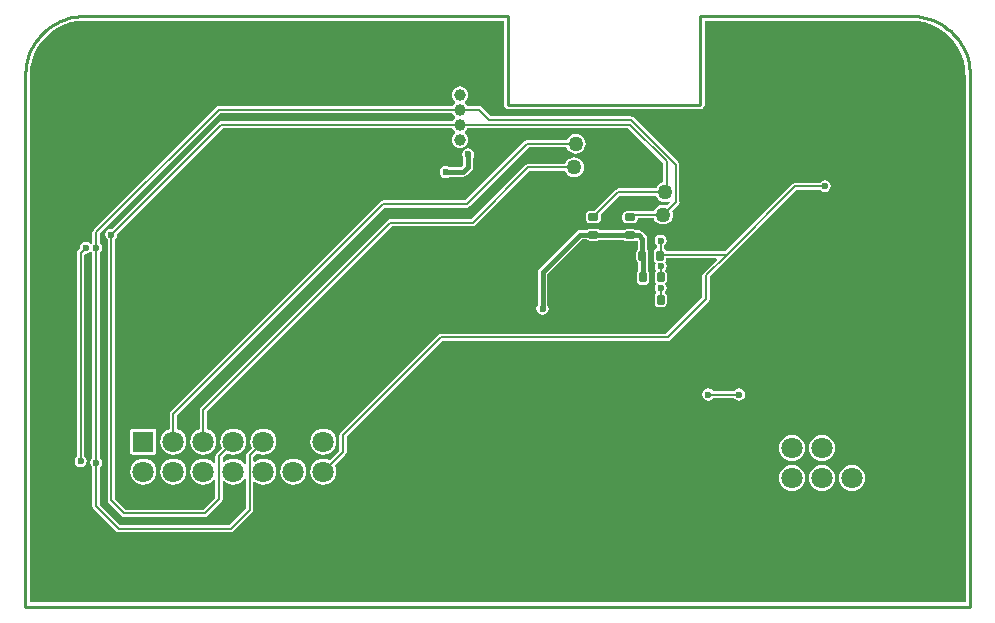
<source format=gbl>
%FSDAX24Y24*%
%MOIN*%
%SFA1B1*%

%IPPOS*%
%AMD10*
4,1,8,0.017700,-0.005900,0.017700,0.005900,0.011800,0.011800,-0.011800,0.011800,-0.017700,0.005900,-0.017700,-0.005900,-0.011800,-0.011800,0.011800,-0.011800,0.017700,-0.005900,0.0*
1,1,0.011800,0.011800,-0.005900*
1,1,0.011800,0.011800,0.005900*
1,1,0.011800,-0.011800,0.005900*
1,1,0.011800,-0.011800,-0.005900*
%
%AMD13*
4,1,8,-0.005900,-0.017700,0.005900,-0.017700,0.011800,-0.011800,0.011800,0.011800,0.005900,0.017700,-0.005900,0.017700,-0.011800,0.011800,-0.011800,-0.011800,-0.005900,-0.017700,0.0*
1,1,0.011800,-0.005900,-0.011800*
1,1,0.011800,0.005900,-0.011800*
1,1,0.011800,0.005900,0.011800*
1,1,0.011800,-0.005900,0.011800*
%
G04~CAMADD=10~8~0.0~0.0~236.0~354.0~59.0~0.0~15~0.0~0.0~0.0~0.0~0~0.0~0.0~0.0~0.0~0~0.0~0.0~0.0~270.0~354.0~236.0*
%ADD10D10*%
G04~CAMADD=13~8~0.0~0.0~236.0~354.0~59.0~0.0~15~0.0~0.0~0.0~0.0~0~0.0~0.0~0.0~0.0~0~0.0~0.0~0.0~180.0~236.0~354.0*
%ADD13D13*%
%ADD19C,0.007900*%
%ADD20C,0.015700*%
%ADD21C,0.010000*%
%ADD22C,0.070900*%
%ADD23R,0.070900X0.070900*%
%ADD24C,0.039400*%
%ADD25C,0.050000*%
%ADD26C,0.023600*%
%LNuppsense-1*%
%LPD*%
G36*
X037639Y039205D02*
X037872Y039159D01*
X038098Y039082*
X038311Y038977*
X038509Y038845*
X038688Y038688*
X038845Y038509*
X038977Y038311*
X039082Y038098*
X039159Y037872*
X039205Y037639*
X039217Y037451*
X039219Y037402*
Y037352*
Y019836*
X008025*
Y037402*
X008024Y037408*
X008039Y037639*
X008086Y037872*
X008162Y038098*
X008267Y038311*
X008399Y038509*
X008556Y038688*
X008735Y038845*
X008933Y038977*
X009146Y039082*
X009372Y039159*
X009605Y039205*
X009793Y039217*
X009843Y039219*
X009892*
X023825*
Y036427*
X023837Y036369*
X023869Y036320*
X023879Y036310*
X023928Y036278*
X023986Y036266*
X030374*
X030432Y036278*
X030481Y036310*
X030514Y036359*
X030525Y036417*
Y039219*
X037402*
X037408Y039220*
X037639Y039205*
G37*
%LNuppsense-2*%
%LPC*%
G36*
X033433Y025409D02*
X033320Y025394D01*
X033215Y025351*
X033124Y025281*
X033055Y025191*
X033011Y025085*
X032996Y024972*
X033011Y024859*
X033055Y024754*
X033124Y024664*
X033215Y024594*
X033320Y024551*
X033433Y024536*
X033546Y024551*
X033651Y024594*
X033742Y024664*
X033811Y024754*
X033855Y024859*
X033870Y024972*
X033855Y025085*
X033811Y025191*
X033742Y025281*
X033651Y025351*
X033546Y025394*
X033433Y025409*
G37*
G36*
X016811Y024622D02*
X016698Y024607D01*
X016593Y024563*
X016502Y024494*
X016433Y024403*
X016389Y024298*
X016374Y024185*
X016389Y024072*
X016433Y023967*
X016502Y023876*
X016593Y023807*
X016698Y023763*
X016811Y023748*
X016924Y023763*
X017029Y023807*
X017120Y023876*
X017189Y023967*
X017233Y024072*
X017248Y024185*
X017233Y024298*
X017189Y024403*
X017120Y024494*
X017029Y024563*
X016924Y024607*
X016811Y024622*
G37*
G36*
X017811Y025622D02*
X017698Y025607D01*
X017593Y025563*
X017502Y025494*
X017433Y025403*
X017389Y025298*
X017374Y025185*
X017389Y025072*
X017433Y024967*
X017502Y024876*
X017593Y024807*
X017698Y024763*
X017811Y024748*
X017924Y024763*
X018029Y024807*
X018120Y024876*
X018189Y024967*
X018233Y025072*
X018248Y025185*
X018233Y025298*
X018189Y025403*
X018120Y025494*
X018029Y025563*
X017924Y025607*
X017811Y025622*
G37*
G36*
X034433Y025409D02*
X034320Y025394D01*
X034215Y025351*
X034124Y025281*
X034055Y025191*
X034011Y025085*
X033996Y024972*
X034011Y024859*
X034055Y024754*
X034124Y024664*
X034215Y024594*
X034320Y024551*
X034433Y024536*
X034546Y024551*
X034651Y024594*
X034742Y024664*
X034811Y024754*
X034855Y024859*
X034870Y024972*
X034855Y025085*
X034811Y025191*
X034742Y025281*
X034651Y025351*
X034546Y025394*
X034433Y025409*
G37*
G36*
X012811Y024622D02*
X012698Y024607D01*
X012593Y024563*
X012502Y024494*
X012433Y024403*
X012389Y024298*
X012374Y024185*
X012389Y024072*
X012433Y023967*
X012502Y023876*
X012593Y023807*
X012698Y023763*
X012811Y023748*
X012924Y023763*
X013029Y023807*
X013120Y023876*
X013189Y023967*
X013233Y024072*
X013248Y024185*
X013233Y024298*
X013189Y024403*
X013120Y024494*
X013029Y024563*
X012924Y024607*
X012811Y024622*
G37*
G36*
X034433Y024409D02*
X034320Y024394D01*
X034215Y024351*
X034124Y024281*
X034055Y024191*
X034011Y024086*
X033996Y023972*
X034011Y023859*
X034055Y023754*
X034124Y023664*
X034215Y023594*
X034320Y023551*
X034433Y023536*
X034546Y023551*
X034651Y023594*
X034742Y023664*
X034811Y023754*
X034855Y023859*
X034870Y023972*
X034855Y024086*
X034811Y024191*
X034742Y024281*
X034651Y024351*
X034546Y024394*
X034433Y024409*
G37*
G36*
X033433D02*
X033320Y024394D01*
X033215Y024351*
X033124Y024281*
X033055Y024191*
X033011Y024086*
X032996Y023972*
X033011Y023859*
X033055Y023754*
X033124Y023664*
X033215Y023594*
X033320Y023551*
X033433Y023536*
X033546Y023551*
X033651Y023594*
X033742Y023664*
X033811Y023754*
X033855Y023859*
X033870Y023972*
X033855Y024086*
X033811Y024191*
X033742Y024281*
X033651Y024351*
X033546Y024394*
X033433Y024409*
G37*
G36*
X011811Y024622D02*
X011698Y024607D01*
X011593Y024563*
X011502Y024494*
X011433Y024403*
X011389Y024298*
X011374Y024185*
X011389Y024072*
X011433Y023967*
X011502Y023876*
X011593Y023807*
X011698Y023763*
X011811Y023748*
X011924Y023763*
X012029Y023807*
X012120Y023876*
X012189Y023967*
X012233Y024072*
X012248Y024185*
X012233Y024298*
X012189Y024403*
X012120Y024494*
X012029Y024563*
X011924Y024607*
X011811Y024622*
G37*
G36*
X035433Y024409D02*
X035320Y024394D01*
X035215Y024351*
X035124Y024281*
X035055Y024191*
X035011Y024086*
X034996Y023972*
X035011Y023859*
X035055Y023754*
X035124Y023664*
X035215Y023594*
X035320Y023551*
X035433Y023536*
X035546Y023551*
X035651Y023594*
X035742Y023664*
X035811Y023754*
X035855Y023859*
X035870Y023972*
X035855Y024086*
X035811Y024191*
X035742Y024281*
X035651Y024351*
X035546Y024394*
X035433Y024409*
G37*
G36*
X026181Y034662D02*
X026095Y034651D01*
X026015Y034618*
X025947Y034565*
X025894Y034497*
X025875Y034451*
X024646*
X024600Y034442*
X024561Y034416*
X022745Y032601*
X020039*
X019993Y032592*
X019954Y032565*
X013726Y026337*
X013700Y026298*
X013691Y026252*
Y025604*
X013593Y025563*
X013502Y025494*
X013433Y025403*
X013389Y025298*
X013374Y025185*
X013389Y025072*
X013433Y024967*
X013502Y024876*
X013593Y024807*
X013698Y024763*
X013811Y024748*
X013924Y024763*
X014029Y024807*
X014120Y024876*
X014189Y024967*
X014233Y025072*
X014248Y025185*
X014233Y025298*
X014189Y025403*
X014120Y025494*
X014029Y025563*
X013931Y025604*
Y026202*
X020089Y032360*
X022795*
X022841Y032369*
X022880Y032395*
X024696Y034210*
X025875*
X025894Y034165*
X025947Y034096*
X026015Y034044*
X026095Y034010*
X026181Y033999*
X026267Y034010*
X026347Y034044*
X026416Y034096*
X026468Y034165*
X026501Y034245*
X026513Y034331*
X026501Y034417*
X026468Y034497*
X026416Y034565*
X026347Y034618*
X026267Y034651*
X026181Y034662*
G37*
G36*
X034528Y033901D02*
X034451Y033886D01*
X034386Y033843*
X034371Y033821*
X033543*
X033497Y033812*
X033458Y033786*
X031210Y031538*
X029227*
X029224Y031550*
X029194Y031595*
X029176Y031608*
Y031733*
X029197Y031748*
X029241Y031813*
X029256Y031890*
X029241Y031967*
X029227Y031987*
X029225Y031995*
X029199Y032034*
X029160Y032060*
X029152Y032062*
X029132Y032075*
X029055Y032090*
X028978Y032075*
X028913Y032032*
X028870Y031967*
X028854Y031890*
X028870Y031813*
X028913Y031748*
X028935Y031733*
Y031628*
X028923Y031626*
X028877Y031595*
X028847Y031550*
X028836Y031496*
Y031260*
X028847Y031206*
X028877Y031161*
X028885Y031123*
X028870Y031100*
X028854Y031024*
X028870Y030947*
X028900Y030902*
X028897Y030887*
X028866Y030841*
X028856Y030787*
Y030551*
X028866Y030497*
X028897Y030452*
X028900Y030437*
X028870Y030392*
X028854Y030315*
X028870Y030238*
X028896Y030199*
X028897Y030139*
X028866Y030093*
X028856Y030039*
Y029803*
X028866Y029749*
X028897Y029704*
X028942Y029673*
X028996Y029663*
X029114*
X029168Y029673*
X029214Y029704*
X029244Y029749*
X029255Y029803*
Y030039*
X029244Y030093*
X029214Y030139*
Y030199*
X029241Y030238*
X029256Y030315*
X029241Y030392*
X029211Y030437*
X029214Y030452*
X029244Y030497*
X029255Y030551*
Y030787*
X029244Y030841*
X029214Y030887*
X029211Y030902*
X029241Y030947*
X029256Y031024*
X029241Y031100*
X029197Y031165*
X029224Y031206*
X029235Y031260*
Y031297*
X030904*
X030923Y031251*
X030486Y030814*
X030460Y030774*
X030450Y030728*
Y029991*
X029241Y028782*
X021732*
X021686Y028773*
X021647Y028747*
X018379Y025479*
X018353Y025440*
X018344Y025394*
Y024888*
X018022Y024566*
X017924Y024607*
X017811Y024622*
X017698Y024607*
X017593Y024563*
X017502Y024494*
X017433Y024403*
X017389Y024298*
X017374Y024185*
X017389Y024072*
X017433Y023967*
X017502Y023876*
X017593Y023807*
X017698Y023763*
X017811Y023748*
X017924Y023763*
X018029Y023807*
X018120Y023876*
X018189Y023967*
X018233Y024072*
X018248Y024185*
X018233Y024298*
X018192Y024396*
X018550Y024753*
X018576Y024792*
X018585Y024839*
Y025344*
X021782Y028541*
X029291*
X029337Y028550*
X029376Y028576*
X030656Y029856*
X030682Y029895*
X030691Y029941*
Y030678*
X031345Y031332*
X033593Y033580*
X034371*
X034386Y033559*
X034451Y033515*
X034528Y033500*
X034604Y033515*
X034669Y033559*
X034713Y033624*
X034728Y033701*
X034713Y033778*
X034669Y033843*
X034604Y033886*
X034528Y033901*
G37*
G36*
X026220Y035450D02*
X026135Y035438D01*
X026055Y035405*
X025986Y035353*
X025933Y035284*
X025915Y035239*
X024606*
X024560Y035229*
X024521Y035203*
X022549Y033231*
X019803*
X019757Y033221*
X019718Y033195*
X012726Y026203*
X012700Y026164*
X012691Y026118*
Y025604*
X012593Y025563*
X012502Y025494*
X012433Y025403*
X012389Y025298*
X012374Y025185*
X012389Y025072*
X012433Y024967*
X012502Y024876*
X012593Y024807*
X012698Y024763*
X012811Y024748*
X012924Y024763*
X013029Y024807*
X013120Y024876*
X013189Y024967*
X013233Y025072*
X013248Y025185*
X013233Y025298*
X013189Y025403*
X013120Y025494*
X013029Y025563*
X012931Y025604*
Y026068*
X019853Y032990*
X022598*
X022645Y032999*
X022684Y033025*
X024656Y034998*
X025915*
X025933Y034952*
X025986Y034884*
X026055Y034831*
X026135Y034798*
X026220Y034787*
X026306Y034798*
X026386Y034831*
X026455Y034884*
X026508Y034952*
X026541Y035032*
X026552Y035118*
X026541Y035204*
X026508Y035284*
X026455Y035353*
X026386Y035405*
X026306Y035438*
X026220Y035450*
G37*
G36*
X022638Y034964D02*
X022561Y034949D01*
X022496Y034906*
X022452Y034841*
X022437Y034764*
X022452Y034687*
X022477Y034650*
Y034397*
X022414Y034334*
X022004*
X021967Y034359*
X021890Y034374*
X021813Y034359*
X021748Y034315*
X021704Y034250*
X021689Y034173*
X021704Y034096*
X021748Y034031*
X021813Y033988*
X021890Y033973*
X021967Y033988*
X022004Y034013*
X022480*
X022542Y034025*
X022594Y034060*
X022751Y034217*
X022786Y034269*
X022798Y034331*
Y034650*
X022823Y034687*
X022838Y034764*
X022823Y034841*
X022780Y034906*
X022715Y034949*
X022638Y034964*
G37*
G36*
X031673Y026957D02*
X031596Y026941D01*
X031531Y026898*
X031517Y026876*
X030802*
X030788Y026898*
X030723Y026941*
X030646Y026957*
X030569Y026941*
X030504Y026898*
X030460Y026833*
X030445Y026756*
X030460Y026679*
X030504Y026614*
X030569Y026570*
X030646Y026555*
X030723Y026570*
X030788Y026614*
X030802Y026635*
X031517*
X031531Y026614*
X031596Y026570*
X031673Y026555*
X031750Y026570*
X031815Y026614*
X031858Y026679*
X031874Y026756*
X031858Y026833*
X031815Y026898*
X031750Y026941*
X031673Y026957*
G37*
G36*
X012165Y025620D02*
X011457D01*
X011426Y025614*
X011400Y025596*
X011383Y025570*
X011376Y025539*
Y024831*
X011383Y024800*
X011400Y024774*
X011426Y024757*
X011457Y024750*
X012165*
X012196Y024757*
X012222Y024774*
X012240Y024800*
X012246Y024831*
Y025539*
X012240Y025570*
X012222Y025596*
X012196Y025614*
X012165Y025620*
G37*
G36*
X022362Y037026D02*
X022290Y037017D01*
X022223Y036989*
X022166Y036945*
X022121Y036887*
X022094Y036820*
X022084Y036748*
X022094Y036676*
X022121Y036609*
X022166Y036551*
X022195Y036529*
Y036467*
X022166Y036445*
X022121Y036387*
X022114Y036368*
X014319*
X014273Y036359*
X014234Y036333*
X010151Y032251*
X010125Y032211*
X010116Y032165*
Y031810*
X010094Y031795*
X010089Y031788*
X010039*
X010034Y031795*
X009969Y031839*
X009893Y031854*
X009816Y031839*
X009751Y031795*
X009707Y031730*
X009692Y031654*
X009697Y031628*
X009639Y031571*
X009613Y031532*
X009604Y031485*
Y024684*
X009582Y024669*
X009539Y024604*
X009524Y024528*
X009539Y024451*
X009582Y024386*
X009648Y024342*
X009724Y024327*
X009801Y024342*
X009866Y024386*
X009910Y024451*
X009925Y024528*
X009910Y024604*
X009866Y024669*
X009845Y024684*
Y031417*
X009887Y031454*
X009893Y031453*
X009969Y031468*
X010034Y031512*
X010085Y031510*
X010116Y031480*
Y024644*
X010094Y024630*
X010051Y024565*
X010036Y024488*
X010051Y024411*
X010094Y024346*
X010116Y024332*
Y023031*
X010125Y022985*
X010151Y022946*
X010899Y022198*
X010938Y022172*
X010984Y022163*
X014724*
X014770Y022172*
X014810Y022198*
X015439Y022828*
X015466Y022867*
X015475Y022913*
Y023834*
X015525Y023859*
X015593Y023807*
X015698Y023763*
X015811Y023748*
X015924Y023763*
X016029Y023807*
X016120Y023876*
X016189Y023967*
X016233Y024072*
X016248Y024185*
X016233Y024298*
X016189Y024403*
X016120Y024494*
X016029Y024563*
X015924Y024607*
X015811Y024622*
X015698Y024607*
X015593Y024563*
X015525Y024511*
X015475Y024536*
Y024678*
X015600Y024804*
X015698Y024763*
X015811Y024748*
X015924Y024763*
X016029Y024807*
X016120Y024876*
X016189Y024967*
X016233Y025072*
X016248Y025185*
X016233Y025298*
X016189Y025403*
X016120Y025494*
X016029Y025563*
X015924Y025607*
X015811Y025622*
X015698Y025607*
X015593Y025563*
X015502Y025494*
X015433Y025403*
X015389Y025298*
X015374Y025185*
X015389Y025072*
X015430Y024974*
X015269Y024813*
X015243Y024774*
X015234Y024728*
Y024424*
X015210Y024413*
X015184Y024410*
X015120Y024494*
X015029Y024563*
X014924Y024607*
X014811Y024622*
X014698Y024607*
X014593Y024563*
X014502Y024494*
X014498Y024489*
X014451Y024505*
Y024655*
X014600Y024804*
X014698Y024763*
X014811Y024748*
X014924Y024763*
X015029Y024807*
X015120Y024876*
X015189Y024967*
X015233Y025072*
X015248Y025185*
X015233Y025298*
X015189Y025403*
X015120Y025494*
X015029Y025563*
X014924Y025607*
X014811Y025622*
X014698Y025607*
X014593Y025563*
X014502Y025494*
X014433Y025403*
X014389Y025298*
X014374Y025185*
X014389Y025072*
X014430Y024974*
X014246Y024790*
X014219Y024751*
X014210Y024705*
Y024458*
X014160Y024441*
X014120Y024494*
X014029Y024563*
X013924Y024607*
X013811Y024622*
X013698Y024607*
X013593Y024563*
X013502Y024494*
X013433Y024403*
X013389Y024298*
X013374Y024185*
X013389Y024072*
X013433Y023967*
X013502Y023876*
X013593Y023807*
X013698Y023763*
X013811Y023748*
X013924Y023763*
X014029Y023807*
X014120Y023876*
X014160Y023929*
X014210Y023912*
Y023318*
X013808Y022916*
X011231*
X010868Y023278*
Y031930*
X010890Y031945*
X010933Y032010*
X010949Y032087*
X010944Y032112*
X014459Y035628*
X022114*
X022121Y035609*
X022166Y035551*
X022195Y035529*
Y035467*
X022166Y035445*
X022121Y035387*
X022094Y035320*
X022084Y035248*
X022094Y035176*
X022121Y035109*
X022166Y035051*
X022223Y035007*
X022290Y034980*
X022362Y034970*
X022434Y034980*
X022501Y035007*
X022559Y035051*
X022603Y035109*
X022631Y035176*
X022640Y035248*
X022631Y035320*
X022603Y035387*
X022559Y035445*
X022529Y035467*
Y035529*
X022559Y035551*
X022603Y035609*
X022611Y035628*
X027982*
X029132Y034478*
Y033825*
X029127Y033824*
X029047Y033791*
X028978Y033738*
X028925Y033670*
X028907Y033624*
X027638*
X027592Y033615*
X027553Y033589*
X026840Y032877*
X026693*
X026639Y032866*
X026594Y032836*
X026563Y032790*
X026552Y032736*
Y032618*
X026563Y032564*
X026594Y032519*
X026639Y032488*
X026693Y032478*
X026929*
X026983Y032488*
X027028Y032519*
X027059Y032564*
X027070Y032618*
Y032736*
X027065Y032761*
X027688Y033384*
X028907*
X028925Y033338*
X028978Y033269*
X029047Y033217*
X029127Y033184*
X029213Y033172*
X029298Y033184*
X029336Y033199*
X029365Y033157*
X029265Y033057*
X029220Y033076*
X029134Y033087*
X029048Y033076*
X028968Y033043*
X028899Y032990*
X028847Y032922*
X028828Y032876*
X028130*
X028084Y032867*
X028069Y032857*
X027913*
X027860Y032846*
X027814Y032816*
X027784Y032770*
X027773Y032717*
Y032598*
X027784Y032545*
X027814Y032499*
X027860Y032469*
X027913Y032458*
X028150*
X028203Y032469*
X028249Y032499*
X028279Y032545*
X028290Y032598*
Y032635*
X028828*
X028847Y032590*
X028899Y032521*
X028968Y032469*
X029048Y032436*
X029134Y032424*
X029220Y032436*
X029300Y032469*
X029368Y032521*
X029421Y032590*
X029454Y032670*
X029465Y032756*
X029454Y032842*
X029435Y032887*
X029652Y033104*
X029678Y033143*
X029687Y033189*
X029681Y033219*
Y034413*
X029672Y034459*
X029646Y034499*
X028154Y035991*
X028115Y036017*
X028069Y036026*
X023396*
X023089Y036333*
X023050Y036359*
X023004Y036368*
X022611*
X022603Y036387*
X022559Y036445*
X022529Y036467*
Y036529*
X022559Y036551*
X022603Y036609*
X022631Y036676*
X022640Y036748*
X022631Y036820*
X022603Y036887*
X022559Y036945*
X022501Y036989*
X022434Y037017*
X022362Y037026*
G37*
G36*
X026929Y032286D02*
X026693D01*
X026639Y032275*
X026597Y032247*
X026378*
X026317Y032235*
X026264Y032200*
X025005Y030940*
X024970Y030888*
X024958Y030827*
Y029737*
X024933Y029700*
X024917Y029623*
X024933Y029546*
X024976Y029481*
X025041Y029438*
X025118Y029423*
X025195Y029438*
X025260Y029481*
X025304Y029546*
X025319Y029623*
X025304Y029700*
X025279Y029737*
Y030760*
X026444Y031926*
X026597*
X026639Y031898*
X026693Y031887*
X026929*
X026983Y031898*
X026996Y031906*
X027817*
X027860Y031878*
X027913Y031867*
X028150*
X028203Y031878*
X028244Y031905*
X028284Y031881*
Y031592*
X028256Y031550*
X028245Y031496*
Y031260*
X028256Y031206*
X028286Y031161*
X028304Y031149*
Y030884*
X028276Y030841*
X028265Y030787*
Y030551*
X028276Y030497*
X028306Y030452*
X028352Y030421*
X028406Y030411*
X028524*
X028577Y030421*
X028623Y030452*
X028653Y030497*
X028664Y030551*
Y030787*
X028653Y030841*
X028625Y030884*
Y031193*
X028634Y031206*
X028644Y031260*
Y031496*
X028634Y031550*
X028605Y031592*
Y031949*
X028593Y032010*
X028558Y032062*
X028440Y032180*
X028388Y032215*
X028327Y032227*
X028246*
X028203Y032256*
X028150Y032266*
X027913*
X027860Y032256*
X027817Y032227*
X027040*
X027028Y032245*
X026983Y032275*
X026929Y032286*
G37*
%LNuppsense-3*%
%LPD*%
G36*
X022121Y036109D02*
X022166Y036051D01*
X022195Y036029*
Y035967*
X022166Y035945*
X022121Y035887*
X022114Y035868*
X014409*
X014363Y035859*
X014324Y035833*
X010773Y032282*
X010748Y032287*
X010671Y032272*
X010606Y032229*
X010563Y032163*
X010547Y032087*
X010563Y032010*
X010606Y031945*
X010628Y031930*
Y023228*
X010637Y023182*
X010663Y023143*
X011096Y022710*
X011135Y022684*
X011181Y022675*
X013858*
X013904Y022684*
X013943Y022710*
X014416Y023183*
X014442Y023222*
X014451Y023268*
Y023865*
X014498Y023881*
X014502Y023876*
X014593Y023807*
X014698Y023763*
X014811Y023748*
X014924Y023763*
X015029Y023807*
X015120Y023876*
X015184Y023960*
X015210Y023957*
X015234Y023946*
Y022963*
X014675Y022404*
X011034*
X010357Y023081*
Y024332*
X010378Y024346*
X010422Y024411*
X010437Y024488*
X010422Y024565*
X010378Y024630*
X010357Y024644*
Y031497*
X010378Y031512*
X010422Y031577*
X010437Y031654*
X010422Y031730*
X010378Y031795*
X010357Y031810*
Y032115*
X014369Y036128*
X022114*
X022121Y036109*
G37*
G54D10*
X026811Y032677D03*
Y032087D03*
X028031Y032657D03*
Y032067D03*
G54D13*
X029055Y029921D03*
X028465D03*
X029055Y030669D03*
X028465D03*
X029035Y031378D03*
X028445D03*
G54D19*
X028031Y035748D02*
X029252Y034528D01*
Y033543D02*
Y034528D01*
X028130Y032756D02*
X029134D01*
X028031Y032657D02*
X028130Y032756D01*
X026811Y032677D02*
X027638Y033504D01*
X029134Y032756D02*
X029567Y033189D01*
X029213Y033504D02*
X029252Y033543D01*
X027638Y033504D02*
X029213D01*
X029561Y033195D02*
Y034413D01*
Y033195D02*
X029567Y033189D01*
X029114Y031417D02*
X031260D01*
X030571Y030728D02*
X031260Y031417D01*
X021732Y028661D02*
X029291D01*
X030571Y029941*
Y030728*
X029055Y029921D02*
Y030315D01*
Y030669D02*
Y031024D01*
Y031890D02*
X029114Y031949D01*
X029055Y031398D02*
Y031890D01*
X029035Y031378D02*
X029055Y031398D01*
X033543Y033701D02*
X034528D01*
X031260Y031417D02*
X033543Y033701D01*
X028069Y035906D02*
X029561Y034413D01*
X018465Y025394D02*
X021732Y028661D01*
X022362Y035748D02*
X028031D01*
X022362Y036248D02*
X023004D01*
X023346Y035906*
X028069*
X030646Y026756D02*
X031673D01*
X017811Y024185D02*
X018465Y024839D01*
Y025394*
X014319Y036248D02*
X022362D01*
X014409Y035748D02*
X022362D01*
X010748Y032087D02*
X014409Y035748D01*
X009724Y024528D02*
Y031485D01*
X009893Y031654*
X015354Y024728D02*
X015811Y025185D01*
X015354Y022913D02*
Y024728D01*
X014724Y022283D02*
X015354Y022913D01*
X010984Y022283D02*
X014724D01*
X010236Y023031D02*
X010984Y022283D01*
X010236Y023031D02*
Y024488D01*
X014331Y024705D02*
X014811Y025185D01*
X014331Y023268D02*
Y024705D01*
X013858Y022795D02*
X014331Y023268D01*
X011181Y022795D02*
X013858D01*
X010748Y023228D02*
X011181Y022795D01*
X010748Y023228D02*
Y032087D01*
X024606Y035118D02*
X026220D01*
X022598Y033110D02*
X024606Y035118D01*
X012811Y025185D02*
Y026118D01*
X019803Y033110*
X022598*
X013811Y025185D02*
Y026252D01*
X020039Y032480*
X022795*
X024646Y034331*
X026181*
X010236Y032165D02*
X014319Y036248D01*
X010236Y024488D02*
Y031654D01*
Y032165*
G54D20*
X026831Y032067D02*
X028031D01*
X026811Y032087D02*
X026831Y032067D01*
X026378Y032087D02*
X026811D01*
X025118Y029623D02*
Y030827D01*
X026378Y032087*
X028031Y032067D02*
X028327D01*
X028445Y031949*
Y031378D02*
Y031949D01*
X028465Y030669D02*
Y031358D01*
X028445Y031378D02*
X028465Y031358D01*
X021890Y034173D02*
X022480D01*
X022638Y034331*
Y034764*
G54D21*
X039370Y037402D02*
D01*
X039365Y037539*
X039350Y037676*
X039326Y037811*
X039293Y037944*
X039251Y038075*
X039199Y038202*
X039139Y038326*
X039070Y038445*
X038993Y038559*
X038909Y038667*
X038817Y038769*
X038718Y038865*
X038613Y038953*
X038502Y039034*
X038385Y039107*
X038264Y039171*
X038138Y039227*
X038009Y039274*
X037877Y039312*
X037742Y039341*
X037606Y039360*
X037469Y039369*
X037402Y039370*
X009843D02*
D01*
X009705Y039365*
X009568Y039350*
X009433Y039326*
X009300Y039293*
X009169Y039251*
X009042Y039199*
X008918Y039139*
X008799Y039070*
X008685Y038993*
X008577Y038909*
X008475Y038817*
X008379Y038718*
X008291Y038613*
X008210Y038502*
X008137Y038385*
X008073Y038264*
X008017Y038138*
X007970Y038009*
X007932Y037877*
X007903Y037742*
X007884Y037606*
X007875Y037469*
X007874Y037402*
Y019685D02*
X039370D01*
X023976Y036417D02*
X030374D01*
X023976D02*
Y039370D01*
X030374Y036417D02*
Y039370D01*
X039370Y019685D02*
Y037402D01*
X030374Y039370D02*
X037402D01*
X007874Y019685D02*
Y037402D01*
X009843Y039370D02*
X023976D01*
G54D22*
X033433Y023972D03*
Y024972D03*
X034433Y023972D03*
Y024972D03*
X035433Y023972D03*
X017811Y025185D03*
Y024185D03*
X016811Y025185D03*
Y024185D03*
X011811D03*
X012811Y025185D03*
Y024185D03*
X013811Y025185D03*
Y024185D03*
X014811D03*
Y025185D03*
X015811Y024185D03*
Y025185D03*
G54D23*
X035433Y024972D03*
X011811Y025185D03*
G54D24*
X022362Y035248D03*
Y035748D03*
Y036248D03*
Y036748D03*
Y037248D03*
G54D25*
X029134Y032756D03*
X026181Y034331D03*
X026220Y035118D03*
X029213Y033504D03*
G54D26*
X025118Y029623D03*
X021890Y034173D03*
X034528Y033701D03*
X029055Y031024D03*
Y030315D03*
Y031890D03*
X022638Y034764D03*
X030646Y026756D03*
X031673D03*
X009724Y024528D03*
X010236Y024488D03*
X010748Y032087D03*
X009893Y031654D03*
X009843Y033465D03*
X010827Y035433D03*
X011811Y021654D03*
X012795Y023622D03*
Y027559D03*
X011811Y029528D03*
X012795Y031496D03*
Y035433D03*
X011811Y037402D03*
X013780Y021654D03*
X014764Y023622D03*
X013780Y029528D03*
X014764Y031496D03*
Y035433D03*
X013780Y037402D03*
X015748Y021654D03*
X016732Y023622D03*
X015748Y029528D03*
X016732Y031496D03*
Y035433D03*
X015748Y037402D03*
X017717Y021654D03*
X018701Y023622D03*
Y027559D03*
X017717Y033465D03*
Y037402D03*
X019685Y021654D03*
X020669Y023622D03*
X019685Y025591D03*
Y033465D03*
Y037402D03*
X021654Y021654D03*
X022638Y023622D03*
X021654Y025591D03*
X022638Y027559D03*
X021654Y029528D03*
X022638Y031496D03*
X021654Y037402D03*
X023622Y021654D03*
X024606Y023622D03*
X023622Y025591D03*
X024606Y027559D03*
X023622Y037402D03*
X025591Y021654D03*
Y025591D03*
X026575Y027559D03*
X025591Y029528D03*
X026575Y035433D03*
X027559Y021654D03*
X028543Y023622D03*
Y027559D03*
X027559Y029528D03*
X029528Y021654D03*
X030512Y023622D03*
X029528Y025591D03*
X030512Y027559D03*
X029528Y029528D03*
X032480Y023622D03*
Y031496D03*
X031496Y033465D03*
X032480Y035433D03*
X031496Y037402D03*
X034449Y027559D03*
X033465Y029528D03*
X034449Y031496D03*
X033465Y037402D03*
X035433Y021654D03*
X036417Y023622D03*
X035433Y025591D03*
X036417Y027559D03*
X035433Y029528D03*
X036417Y031496D03*
X035433Y033465D03*
X036417Y035433D03*
X035433Y037402D03*
X037402Y021654D03*
X038386Y023622D03*
X037402Y025591D03*
X038386Y027559D03*
X037402Y029528D03*
X038386Y031496D03*
X037402Y033465D03*
X038386Y035433D03*
X037402Y037402D03*
X010236Y031654D03*
M02*
</source>
